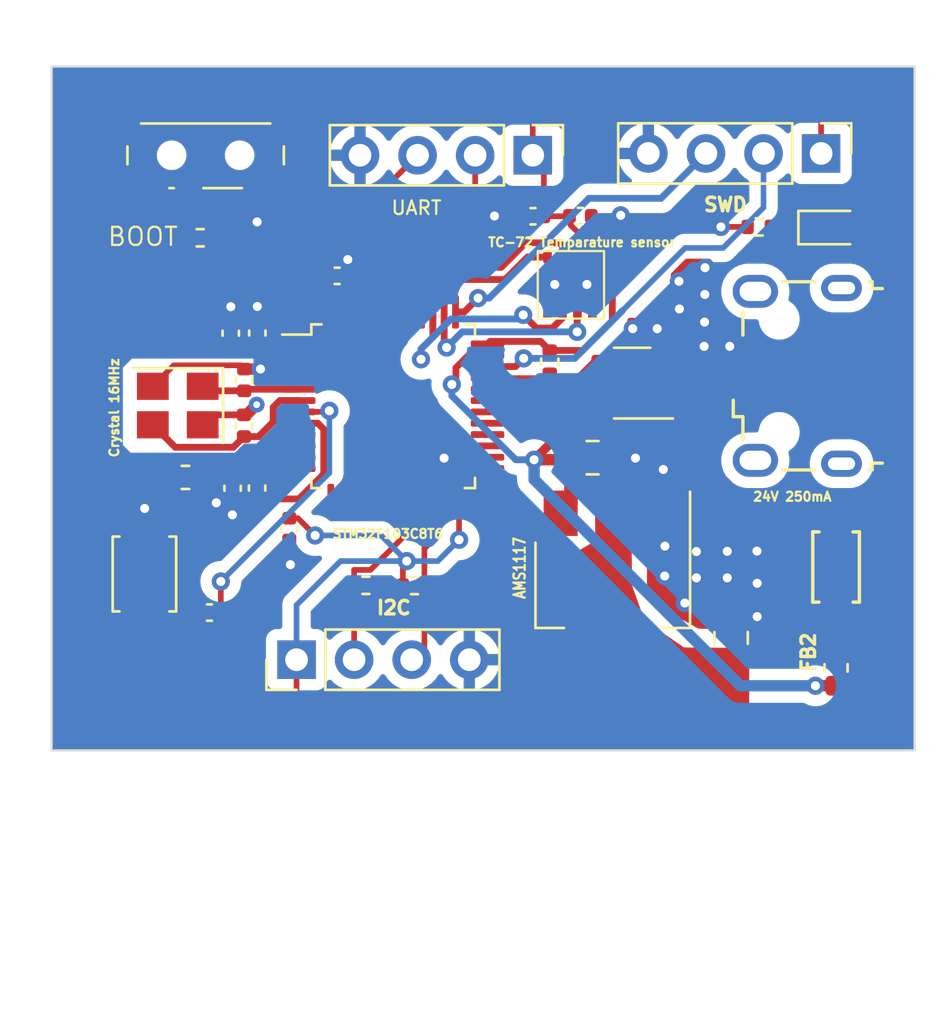
<source format=kicad_pcb>
(kicad_pcb (version 20221018) (generator pcbnew)
  (layers (0 "F.Cu" signal) (31 "B.Cu" power) (34 "B.Paste" user) (35 "F.Paste" user) (36 "B.SilkS" user "B.Silkscreen") (37 "F.SilkS" user "F.Silkscreen") (38 "B.Mask" user) (39 "F.Mask" user) (44 "Edge.Cuts" user))
  (net 0 "")
  (net 1 "3.3V")
  (net 2 "/I2C2_SDA")
  (net 3 "/NRST")
  (net 4 "/HSE_IN")
  (net 5 "/HSE_OUT")
  (net 6 "VBUS")
  (net 7 "3.3VA")
  (net 8 "Net-(D1-K)")
  (net 9 "/USB D-")
  (net 10 "/USB D+")
  (net 13 "/SWDID")
  (net 14 "/SWCLK")
  (net 15 "/USART1_TX")
  (net 16 "/USART1_RX")
  (net 17 "/I2C2_SCL")
  (net 18 "Net-(SW2-B)")
  (net 19 "Net-(U1-BOOT0)")
  (net 41 "CE")
  (net 42 "SCK")
  (net 43 "SDI")
  (net 47 "SDO")
  (net 49 "/D-")
  (net 50 "/D+")
  (net 51 "Net-(CR2-Pad1)")
  (net 52 "Net-(CR2-Pad2)")
  (net 53 "GND")
  (footprint "Inductor_SMD:L_0603_1608Metric" (layer "F.Cu") (at 147.18 105.6 180)
    (fp_text reference "FB1")
    (fp_text value "120R" hide)
  )
  (footprint "Capacitor_SMD:C_0402_1005Metric" (layer "F.Cu") (at 149.77 101.3 90)
    (fp_text reference "C2")
    (fp_text value "10pf" hide)
  )
  (footprint "Package_QFP:LQFP-48_7x7mm_P0.5mm" (layer "F.Cu") (at 156.3425 102.46)
    (fp_text reference "STM32F103C8T6")
    (fp_text value "STM32F103C8T6" hide)
  )
  (footprint "Capacitor_SMD:C_0402_1005Metric" (layer "F.Cu") (at 150.34 106.07 -90)
    (fp_text reference "C6" hide)
    (fp_text value "10nf" hide)
  )
  (footprint "Connector_PinHeader_2.54mm:PinHeader_1x04_P2.54mm_Vertical" (layer "F.Cu") (at 162.5 91.39 -90)
    (fp_text reference "UART")
    (fp_text value "Conn_01x04_Male")
  )
  (footprint "Capacitor_SMD:C_0402_1005Metric" (layer "F.Cu") (at 150.35 99.23 90)
    (fp_text reference "C9" hide)
    (fp_text value "100nf" hide)
  )
  (footprint "Capacitor_SMD:C_0402_1005Metric" (layer "F.Cu") (at 164.6 94.07)
    (fp_text reference "C8" hide)
    (fp_text value "1uf" hide)
  )
  (footprint "Capacitor_SMD:C_0402_1005Metric" (layer "F.Cu") (at 149.76 103.32 90)
    (fp_text reference "C3")
    (fp_text value "10pf" hide)
  )
  (footprint "Resistor_SMD:R_0402_1005Metric" (layer "F.Cu") (at 147.83 95.03)
    (fp_text reference "R1" hide)
    (fp_text value "10K" hide)
  )
  (footprint "Capacitor_SMD:C_0402_1005Metric" (layer "F.Cu") (at 153.87 96.71)
    (fp_text reference "C12" hide)
    (fp_text value "100nf" hide)
  )
  (footprint "Capacitor_SMD:C_0402_1005Metric" (layer "F.Cu") (at 149.1775 99.24 90)
    (fp_text reference "C13" hide)
    (fp_text value "10uf" hide)
  )
  (footprint "Package_TO_SOT_SMD:SOT-23-6" (layer "F.Cu") (at 166.8875 101.44 180)
    (fp_text reference "U4" hide)
    (fp_text value "USBLC6-2SC6" hide)
  )
  (footprint "Inductor_SMD:L_0603_1608Metric" (layer "F.Cu") (at 175.88 114 -90)
    (fp_text reference "FB2")
    (fp_text value "120R")
  )
  (footprint "Package_TO_SOT_SMD:SOT-223-3_TabPin2" (layer "F.Cu") (at 166.03 110.33 -90)
    (fp_text reference "AMS1117")
    (fp_text value "AMS1117-3.3" hide)
  )
  (footprint "Fuse:Fuse_0402_1005Metric" (layer "F.Cu") (at 173.06 107.37)
    (fp_text reference "24V 250mA")
    (fp_text value "24V 250mA")
  )
  (footprint "Resistor_SMD:R_0402_1005Metric" (layer "F.Cu") (at 157.28 110.37)
    (fp_text reference "R")
    (fp_text value "R" hide)
  )
  (footprint "LED_SMD:LED_0603_1608Metric" (layer "F.Cu") (at 175.7025 94.58)
    (fp_text reference "D1")
    (fp_text value "LED" hide)
  )
  (footprint "Connector_USB:USB_Micro-B_Wuerth_629105150521" (layer "F.Cu") (at 174.17 101.12 90)
    (fp_text reference "J1" hide)
    (fp_text value "USB_B_Micro" hide)
  )
  (footprint "Connector_PinHeader_2.54mm:PinHeader_1x04_P2.54mm_Vertical" (layer "F.Cu") (at 175.22 91.31 -90)
    (fp_text reference "SWD")
    (fp_text value "Conn_01x04_Male")
  )
  (footprint "Button_Switch_SMD:SW_SPDT_PCM12" (layer "F.Cu") (at 148.07 91.72 180)
    (fp_text reference "BOOT")
    (fp_text value "SW_SPDT" hide)
  )
  (footprint "Capacitor_SMD:C_0402_1005Metric" (layer "F.Cu") (at 149.26 106.08 -90)
    (fp_text reference "C7")
    (fp_text value "1uf" hide)
  )
  (footprint "Button_Switch_SMD:SW_SPST_B3U-1000P" (layer "F.Cu") (at 145.37 109.86 90)
    (fp_text reference "SW1" hide)
    (fp_text value "SW_MEC_5G" hide)
  )
  (footprint "Connector_PinHeader_2.54mm:PinHeader_1x04_P2.54mm_Vertical" (layer "F.Cu") (at 152.08 113.64 90)
    (fp_text reference "I2C")
    (fp_text value "Conn_01x04_Male")
  )
  (footprint "Capacitor_SMD:C_0402_1005Metric" (layer "F.Cu") (at 148.24 111.56 180)
    (fp_text reference "C1" hide)
    (fp_text value "100nf" hide)
  )
  (footprint "Capacitor_SMD:C_0805_2012Metric" (layer "F.Cu") (at 171.25 112.68 90)
    (fp_text reference "C5" hide)
    (fp_text value "22uf" hide)
  )
  (footprint "Capacitor_SMD:C_0402_1005Metric" (layer "F.Cu") (at 162.51 94.08 180)
    (fp_text reference "C10" hide)
    (fp_text value "100nf" hide)
  )
  (footprint "STM-TC72:TC72-DFN" (layer "F.Cu") (at 164.1708 97.092)
    (fp_text reference "TC-72 Temparature sensor")
    (fp_text value "~")
  )
  (footprint "Resistor_SMD:R_0402_1005Metric" (layer "F.Cu") (at 155.14 110.36 180)
    (fp_text reference "R4")
    (fp_text value "1k5")
  )
  (footprint "Crystal:Crystal_SMD_3225-4Pin_3.2x2.5mm" (layer "F.Cu") (at 146.84 102.43 180)
    (fp_text reference "Crystal 16MHz")
    (fp_text value "16MHz")
  )
  (footprint "Resistor_SMD:R_0402_1005Metric" (layer "F.Cu") (at 172.49 94.55 180)
    (fp_text reference "R3")
    (fp_text value "1k5" hide)
  )
  (footprint "Capacitor_SMD:C_0805_2012Metric" (layer "F.Cu") (at 165.1375 104.73)
    (fp_text reference "C4" hide)
    (fp_text value "22uf" hide)
  )
  (footprint "Capacitor_SMD:C_0402_1005Metric" (layer "F.Cu") (at 151.76 107.88 -90)
    (fp_text reference "C11" hide)
    (fp_text value "100nf" hide)
  )
  (footprint "Resistor_SMD:R_0402_1005Metric" (layer "F.Cu") (at 163.25 100.51 -90)
    (fp_text reference "R2" hide)
    (fp_text value "1k5" hide)
  )
  (footprint "STM-TC72:SDO_SOD-123_MCC" (layer "F.Cu") (at 175.88 109.5518 90)
    (fp_text reference "CR2" hide)
    (fp_text value "B5819W-TP")
  )
  (gr_rect (start 141.28 87.48) (end 179.34 117.635) (stroke (width 0.1)) (fill none) (layer "Edge.Cuts"))
  (segment (start 162.85 99.6) (end 163.25 100) (width 0.3) (layer "F.Cu") (net 1))
  (segment (start 174.59 88.4) (end 177.3 88.4) (width 1.5) (layer "F.Cu") (net 1))
  (segment (start 142.28 99.72) (end 142.24 99.68) (width 0.3) (layer "F.Cu") (net 1))
  (segment (start 167.52 88.4) (end 174.59 88.4) (width 1.5) (layer "F.Cu") (net 1))
  (segment (start 143.91 99.72) (end 142.72 98.53) (width 0.3) (layer "F.Cu") (net 1))
  (segment (start 143.58 116.45) (end 142.24 115.11) (width 1.5) (layer "F.Cu") (net 1))
  (segment (start 162.99 94.08) (end 164.17 94.08) (width 0.25) (layer "F.Cu") (net 1))
  (segment (start 177.3 88.4) (end 178.45 89.55) (width 1.5) (layer "F.Cu") (net 1))
  (segment (start 142.24 97.31) (end 142.24 95.83) (width 1.5) (layer "F.Cu") (net 1))
  (segment (start 156.77 109.46) (end 156.94 109.29) (width 0.25) (layer "F.Cu") (net 1))
  (segment (start 166.03 113.48) (end 166.03 115.59) (width 1.5) (layer "F.Cu") (net 1))
  (segment (start 142.24 95.83) (end 142.24 94.25) (width 1.5) (layer "F.Cu") (net 1))
  (segment (start 150.35 99.71) (end 152.18 99.71) (width 0.3) (layer "F.Cu") (net 1))
  (segment (start 165.1312 95.4312) (end 164.17 94.47) (width 0.25) (layer "F.Cu") (net 1))
  (segment (start 165.17 116.45) (end 155.28 116.45) (width 1.5) (layer "F.Cu") (net 1))
  (segment (start 178.45 94.54) (end 178.45 115.52) (width 1.5) (layer "F.Cu") (net 1))
  (segment (start 142.26 105.6) (end 142.24 105.62) (width 0.5) (layer "F.Cu") (net 1))
  (segment (start 175.22 91.31) (end 175.22 89.03) (width 0.25) (layer "F.Cu") (net 1))
  (segment (start 149.1875 99.71) (end 149.1775 99.72) (width 0.3) (layer "F.Cu") (net 1))
  (segment (start 159.25 106.78) (end 159.0925 106.6225) (width 0.25) (layer "F.Cu") (net 1))
  (segment (start 150.35 99.71) (end 149.1875 99.71) (width 0.3) (layer "F.Cu") (net 1))
  (segment (start 143.72 97.31) (end 142.24 97.31) (width 0.3) (layer "F.Cu") (net 1))
  (segment (start 159.25 108.35) (end 159.25 106.78) (width 0.25) (layer "F.Cu") (net 1))
  (segment (start 142.24 99.68) (end 142.24 98.53) (width 1.5) (layer "F.Cu") (net 1))
  (segment (start 144.72 94.25) (end 142.24 94.25) (width 0.25) (layer "F.Cu") (net 1))
  (segment (start 142.24 115.11) (end 142.24 106.93) (width 1.5) (layer "F.Cu") (net 1))
  (segment (start 142.24 88.9) (end 142.74 88.4) (width 1.5) (layer "F.Cu") (net 1))
  (segment (start 143.57 105.6) (end 142.24 106.93) (width 0.5) (layer "F.Cu") (net 1))
  (segment (start 162.68 88.4) (end 167.52 88.4) (width 1.5) (layer "F.Cu") (net 1))
  (segment (start 163.25 100) (end 164.700661 100) (width 0.3) (layer "F.Cu") (net 1))
  (segment (start 142.24 106.93) (end 142.24 105.62) (width 1.5) (layer "F.Cu") (net 1))
  (segment (start 160.615 99.6) (end 162.85 99.6) (width 0.3) (layer "F.Cu") (net 1))
  (segment (start 149.1775 99.72) (end 143.91 99.72) (width 0.3) (layer "F.Cu") (net 1))
  (segment (start 178.45 115.52) (end 177.205 116.765) (width 1.5) (layer "F.Cu") (net 1))
  (segment (start 153.5925 98.2975) (end 153.5925 96.9125) (width 0.3) (layer "F.Cu") (net 1))
  (segment (start 142.24 94.25) (end 142.24 88.9) (width 1.5) (layer "F.Cu") (net 1))
  (segment (start 145.82 93.15) (end 144.72 94.25) (width 0.25) (layer "F.Cu") (net 1))
  (segment (start 177.205 116.765) (end 173.065 116.765) (width 1.5) (layer "F.Cu") (net 1))
  (segment (start 178.41 94.58) (end 178.45 94.54) (width 0.25) (layer "F.Cu") (net 1))
  (segment (start 144.32 96.71) (end 143.72 97.31) (width 0.3) (layer "F.Cu") (net 1))
  (segment (start 155.28 116.45) (end 151.92 116.45) (width 1.5) (layer "F.Cu") (net 1))
  (segment (start 164.17 94.47) (end 164.17 94.087609) (width 0.25) (layer "F.Cu") (net 1))
  (segment (start 151.92 116.45) (end 143.58 116.45) (width 1.5) (layer "F.Cu") (net 1))
  (segment (start 155.65 110.36) (end 156.76 110.36) (width 0.25) (layer "F.Cu") (net 1))
  (segment (start 162.99 94.08) (end 162.99 91.88) (width 0.25) (layer "F.Cu") (net 1))
  (segment (start 156.76 110.36) (end 156.77 110.37) (width 0.25) (layer "F.Cu") (net 1))
  (segment (start 162.99 91.88) (end 162.5 91.39) (width 0.25) (layer "F.Cu") (net 1))
  (segment (start 166.01 96.7604) (end 165.1312 95.8816) (width 0.3) (layer "F.Cu") (net 1))
  (segment (start 166.01 98.690661) (end 166.01 96.7604) (width 0.3) (layer "F.Cu") (net 1))
  (segment (start 152.9 108.16) (end 152.14 107.4) (width 0.25) (layer "F.Cu") (net 1))
  (segment (start 162.5 91.39) (end 162.5 88.58) (width 0.25) (layer "F.Cu") (net 1))
  (segment (start 142.74 88.4) (end 162.68 88.4) (width 1.5) (layer "F.Cu") (net 1))
  (segment (start 142.24 105.62) (end 142.24 99.68) (width 1.5) (layer "F.Cu") (net 1))
  (segment (start 164.700661 100) (end 166.01 98.690661) (width 0.3) (layer "F.Cu") (net 1))
  (segment (start 152.08 113.64) (end 152.08 116.29) (width 0.25) (layer "F.Cu") (net 1))
  (segment (start 152.08 116.29) (end 151.92 116.45) (width 0.25) (layer "F.Cu") (net 1))
  (segment (start 153.5925 96.9125) (end 153.39 96.71) (width 0.3) (layer "F.Cu") (net 1))
  (segment (start 160.505 99.71) (end 160.615 99.6) (width 0.3) (layer "F.Cu") (net 1))
  (segment (start 142.72 98.53) (end 142.24 98.53) (width 0.3) (layer "F.Cu") (net 1))
  (segment (start 162.5 88.58) (end 162.68 88.4) (width 0.25) (layer "F.Cu") (net 1))
  (segment (start 166.03 115.59) (end 165.17 116.45) (width 1.5) (layer "F.Cu") (net 1))
  (segment (start 152.14 107.4) (end 151.76 107.4) (width 0.25) (layer "F.Cu") (net 1))
  (segment (start 165.1312 95.8816) (end 165.1312 95.4312) (width 0.25) (layer "F.Cu") (net 1))
  (segment (start 153.39 96.71) (end 153.35 96.67) (width 0.4) (layer "F.Cu") (net 1))
  (segment (start 153.39 96.71) (end 144.32 96.71) (width 0.3) (layer "F.Cu") (net 1))
  (segment (start 175.22 89.03) (end 174.59 88.4) (width 0.25) (layer "F.Cu") (net 1))
  (segment (start 142.24 98.53) (end 142.24 97.31) (width 1.5) (layer "F.Cu") (net 1))
  (segment (start 146.3925 105.6) (end 143.57 105.6) (width 0.5) (layer "F.Cu") (net 1))
  (segment (start 178.45 89.55) (end 178.45 94.54) (width 1.5) (layer "F.Cu") (net 1))
  (segment (start 156.77 110.37) (end 156.77 109.46) (width 0.25) (layer "F.Cu") (net 1))
  (segment (start 176.49 94.58) (end 178.41 94.58) (width 0.25) (layer "F.Cu") (net 1))
  (via (at 159.25 108.35) (size 0.8) (drill 0.4) (layers "F.Cu" "B.Cu") (net 1))
  (via (at 156.94 109.29) (size 0.8) (drill 0.4) (layers "F.Cu" "B.Cu") (net 1))
  (via (at 152.9 108.16) (size 0.8) (drill 0.4) (layers "F.Cu" "B.Cu") (net 1))
  (segment (start 154.02 109.29) (end 152.08 111.23) (width 0.25) (layer "B.Cu") (net 1))
  (segment (start 152.08 111.23) (end 152.08 113.64) (width 0.25) (layer "B.Cu") (net 1))
  (segment (start 156.94 109.29) (end 158.31 109.29) (width 0.25) (layer "B.Cu") (net 1))
  (segment (start 158.31 109.29) (end 159.25 108.35) (width 0.25) (layer "B.Cu") (net 1))
  (segment (start 156.94 109.29) (end 154.02 109.29) (width 0.25) (layer "B.Cu") (net 1))
  (segment (start 156.94 109.29) (end 155.81 108.16) (width 0.25) (layer "B.Cu") (net 1))
  (segment (start 155.81 108.16) (end 152.9 108.16) (width 0.25) (layer "B.Cu") (net 1))
  (segment (start 158.0925 108.3675) (end 157.72 108.74) (width 0.25) (layer "F.Cu") (net 2))
  (segment (start 157.72 108.74) (end 157.72 113.08) (width 0.25) (layer "F.Cu") (net 2))
  (segment (start 157.72 113.08) (end 157.16 113.64) (width 0.25) (layer "F.Cu") (net 2))
  (segment (start 158.0925 106.6225) (end 158.0925 108.3675) (width 0.25) (layer "F.Cu") (net 2))
  (segment (start 148.74 111.54) (end 148.72 111.56) (width 0.25) (layer "F.Cu") (net 3))
  (segment (start 152.18 102.71) (end 153.477044 102.71) (width 0.25) (layer "F.Cu") (net 3))
  (segment (start 148.74 110.19) (end 148.74 111.54) (width 0.25) (layer "F.Cu") (net 3))
  (segment (start 153.477044 102.71) (end 153.527363 102.659681) (width 0.25) (layer "F.Cu") (net 3))
  (via (at 153.527363 102.659681) (size 0.8) (drill 0.4) (layers "F.Cu" "B.Cu") (net 3))
  (via (at 148.74 110.19) (size 0.8) (drill 0.4) (layers "F.Cu" "B.Cu") (net 3))
  (segment (start 153.527363 102.659681) (end 153.527363 105.402637) (width 0.25) (layer "B.Cu") (net 3))
  (segment (start 153.527363 105.402637) (end 148.74 110.19) (width 0.25) (layer "B.Cu") (net 3))
  (segment (start 152.18 101.71) (end 149.84 101.71) (width 0.3) (layer "F.Cu") (net 4))
  (segment (start 148.14 101.78) (end 147.94 101.58) (width 0.3) (layer "F.Cu") (net 4))
  (segment (start 149.77 101.78) (end 148.14 101.78) (width 0.3) (layer "F.Cu") (net 4))
  (segment (start 149.84 101.71) (end 149.77 101.78) (width 0.3) (layer "F.Cu") (net 4))
  (segment (start 149.29 104.27) (end 149.76 103.8) (width 0.3) (layer "F.Cu") (net 5))
  (segment (start 151.05 102.501459) (end 151.05 103.15) (width 0.3) (layer "F.Cu") (net 5))
  (segment (start 151.341459 102.21) (end 151.05 102.501459) (width 0.3) (layer "F.Cu") (net 5))
  (segment (start 150.4 103.8) (end 149.76 103.8) (width 0.3) (layer "F.Cu") (net 5))
  (segment (start 152.18 102.21) (end 151.341459 102.21) (width 0.3) (layer "F.Cu") (net 5))
  (segment (start 145.74 103.28) (end 146.73 104.27) (width 0.3) (layer "F.Cu") (net 5))
  (segment (start 146.73 104.27) (end 149.29 104.27) (width 0.3) (layer "F.Cu") (net 5))
  (segment (start 151.05 103.15) (end 150.4 103.8) (width 0.3) (layer "F.Cu") (net 5))
  (segment (start 159.11 101.36) (end 159.07 101.36) (width 0.3) (layer "F.Cu") (net 6))
  (segment (start 159.11 100.766459) (end 159.11 101.36) (width 0.3) (layer "F.Cu") (net 6))
  (segment (start 159.666459 100.21) (end 159.11 100.766459) (width 0.3) (layer "F.Cu") (net 6))
  (segment (start 170.37 105.165) (end 170.37 103.44) (width 0.4) (layer "F.Cu") (net 6))
  (segment (start 164.1875 106.7225) (end 163.73 107.18) (width 0.6) (layer "F.Cu") (net 6))
  (segment (start 166.9 101.98) (end 166.9 102.79) (width 0.4) (layer "F.Cu") (net 6))
  (segment (start 160.505 100.21) (end 159.666459 100.21) (width 0.3) (layer "F.Cu") (net 6))
  (segment (start 166.36 101.44) (end 166.9 101.98) (width 0.4) (layer "F.Cu") (net 6))
  (segment (start 159.07 101.36) (end 158.93 101.5) (width 0.3) (layer "F.Cu") (net 6))
  (segment (start 170.37 103.44) (end 171.39 102.42) (width 0.4) (layer "F.Cu") (net 6))
  (segment (start 164.1875 104.73) (end 164.1875 106.7225) (width 0.6) (layer "F.Cu") (net 6))
  (segment (start 171.39 102.42) (end 172.27 102.42) (width 0.4) (layer "F.Cu") (net 6))
  (segment (start 166.9 102.79) (end 166.38 103.31) (width 0.4) (layer "F.Cu") (net 6))
  (segment (start 165.75 101.44) (end 166.36 101.44) (width 0.4) (layer "F.Cu") (net 6))
  (segment (start 172.575 107.37) (end 170.37 105.165) (width 0.4) (layer "F.Cu") (net 6))
  (segment (start 166.38 103.31) (end 164.07 103.31) (width 0.4) (layer "F.Cu") (net 6))
  (segment (start 162.56 104.82) (end 164.0975 104.82) (width 0.5) (layer "F.Cu") (net 6))
  (segment (start 174.9725 114.7875) (end 174.97 114.79) (width 0.5) (layer "F.Cu") (net 6))
  (segment (start 164.0975 104.82) (end 164.1875 104.73) (width 0.5) (layer "F.Cu") (net 6))
  (segment (start 164.07 103.31) (end 162.56 104.82) (width 0.4) (layer "F.Cu") (net 6))
  (segment (start 175.88 114.7875) (end 174.9725 114.7875) (width 0.5) (layer "F.Cu") (net 6))
  (via (at 174.97 114.79) (size 0.8) (drill 0.4) (layers "F.Cu" "B.Cu") (net 6))
  (via (at 162.56 104.82) (size 0.8) (drill 0.4) (layers "F.Cu" "B.Cu") (net 6))
  (via (at 158.93 101.5) (size 0.8) (drill 0.4) (layers "F.Cu" "B.Cu") (net 6))
  (segment (start 158.93 101.5) (end 158.93 102) (width 0.3) (layer "B.Cu") (net 6))
  (segment (start 162.56 105.692082) (end 171.657918 114.79) (width 0.5) (layer "B.Cu") (net 6))
  (segment (start 158.93 102) (end 161.75 104.82) (width 0.3) (layer "B.Cu") (net 6))
  (segment (start 171.657918 114.79) (end 174.97 114.79) (width 0.5) (layer "B.Cu") (net 6))
  (segment (start 161.75 104.82) (end 162.56 104.82) (width 0.3) (layer "B.Cu") (net 6))
  (segment (start 162.56 104.82) (end 162.56 105.692082) (width 0.5) (layer "B.Cu") (net 6))
  (segment (start 152.18 103.71) (end 151.341459 103.71) (width 0.3) (layer "F.Cu") (net 7))
  (segment (start 150.33 105.6) (end 150.34 105.59) (width 0.5) (layer "F.Cu") (net 7))
  (segment (start 150.34 104.711459) (end 150.34 105.59) (width 0.3) (layer "F.Cu") (net 7))
  (segment (start 151.341459 103.71) (end 150.34 104.711459) (width 0.3) (layer "F.Cu") (net 7))
  (segment (start 149.26 105.6) (end 150.33 105.6) (width 0.5) (layer "F.Cu") (net 7))
  (segment (start 147.9675 105.6) (end 149.26 105.6) (width 0.5) (layer "F.Cu") (net 7))
  (segment (start 173.03 94.58) (end 173 94.55) (width 0.25) (layer "F.Cu") (net 8))
  (segment (start 174.915 94.58) (end 173.03 94.58) (width 0.25) (layer "F.Cu") (net 8))
  (segment (start 165.158934 102.39) (end 165.75 102.39) (width 0.264) (layer "F.Cu") (net 9))
  (segment (start 160.505 101.71) (end 164.478934 101.71) (width 0.264) (layer "F.Cu") (net 9))
  (segment (start 164.478934 101.71) (end 165.158934 102.39) (width 0.264) (layer "F.Cu") (net 9))
  (segment (start 160.529999 101.234999) (end 160.53 101.235) (width 0.2) (layer "F.Cu") (net 10))
  (segment (start 160.505 101.21) (end 160.529999 101.234999) (width 0.2) (layer "F.Cu") (net 10))
  (segment (start 160.505 101.21) (end 160.53 101.235) (width 0.2) (layer "F.Cu") (net 10))
  (segment (start 160.505 101.21) (end 160.525 101.23) (width 0.2) (layer "F.Cu") (net 10))
  (segment (start 165.198934 100.49) (end 165.75 100.49) (width 0.264) (layer "F.Cu") (net 10))
  (segment (start 160.505 101.21) (end 160.523 101.228) (width 0.264) (layer "F.Cu") (net 10))
  (segment (start 164.460934 101.228) (end 165.198934 100.49) (width 0.264) (layer "F.Cu") (net 10))
  (segment (start 160.523 101.228) (end 164.460934 101.228) (width 0.264) (layer "F.Cu") (net 10))
  (segment (start 160.505 100.71) (end 161.74 100.71) (width 0.3) (layer "F.Cu") (net 13))
  (segment (start 161.74 100.71) (end 162.1 100.35) (width 0.3) (layer "F.Cu") (net 13))
  (via (at 162.1 100.35) (size 0.8) (drill 0.4) (layers "F.Cu" "B.Cu") (net 13))
  (segment (start 172.68 91.31) (end 172.68 93.695305) (width 0.25) (layer "B.Cu") (net 13))
  (segment (start 172.68 93.695305) (end 170.895305 95.48) (width 0.25) (layer "B.Cu") (net 13))
  (segment (start 170.895305 95.48) (end 169.220661 95.48) (width 0.25) (layer "B.Cu") (net 13))
  (segment (start 166.455 98.245661) (end 164.350661 100.35) (width 0.3) (layer "B.Cu") (net 13))
  (segment (start 169.220661 95.48) (end 166.455 98.245661) (width 0.25) (layer "B.Cu") (net 13))
  (segment (start 164.350661 100.35) (end 162.1 100.35) (width 0.3) (layer "B.Cu") (net 13))
  (segment (start 159.4825 98.2975) (end 159.0925 98.2975) (width 0.3) (layer "F.Cu") (net 14))
  (segment (start 160.09 97.69) (end 159.4825 98.2975) (width 0.3) (layer "F.Cu") (net 14))
  (via (at 160.09 97.69) (size 0.8) (drill 0.4) (layers "F.Cu" "B.Cu") (net 14))
  (segment (start 164.98 93.29) (end 168.16 93.29) (width 0.3) (layer "B.Cu") (net 14))
  (segment (start 160.58 97.69) (end 164.98 93.29) (width 0.3) (layer "B.Cu") (net 14))
  (segment (start 168.16 93.29) (end 170.14 91.31) (width 0.3) (layer "B.Cu") (net 14))
  (segment (start 160.09 97.69) (end 160.58 97.69) (width 0.3) (layer "B.Cu") (net 14))
  (segment (start 159.96 92.95) (end 159.96 91.39) (width 0.25) (layer "F.Cu") (net 15))
  (segment (start 156.5925 98.2975) (end 156.5925 96.3175) (width 0.25) (layer "F.Cu") (net 15))
  (segment (start 156.5925 96.3175) (end 159.96 92.95) (width 0.25) (layer "F.Cu") (net 15))
  (segment (start 156.0925 92.7175) (end 157.42 91.39) (width 0.25) (layer "F.Cu") (net 16))
  (segment (start 156.0925 98.2975) (end 156.0925 92.7175) (width 0.25) (layer "F.Cu") (net 16))
  (segment (start 154.62 113.64) (end 154.62 109.68) (width 0.25) (layer "F.Cu") (net 17))
  (segment (start 157.5925 107.425685) (end 157.5925 106.6225) (width 0.25) (layer "F.Cu") (net 17))
  (segment (start 154.62 109.68) (end 155.338185 109.68) (width 0.25) (layer "F.Cu") (net 17))
  (segment (start 155.338185 109.68) (end 157.5925 107.425685) (width 0.25) (layer "F.Cu") (net 17))
  (segment (start 147.32 95.03) (end 147.32 93.15) (width 0.5) (layer "F.Cu") (net 18))
  (segment (start 155.5925 96.0825) (end 155.5925 98.2975) (width 0.3) (layer "F.Cu") (net 19))
  (segment (start 154.59 95.08) (end 155.5925 96.0825) (width 0.3) (layer "F.Cu") (net 19))
  (segment (start 148.39 95.08) (end 154.59 95.08) (width 0.3) (layer "F.Cu") (net 19))
  (segment (start 148.34 95.03) (end 148.39 95.08) (width 0.3) (layer "F.Cu") (net 19))
  (segment (start 158.7 99.87) (end 158.5925 99.7625) (width 0.3) (layer "F.Cu") (net 41))
  (segment (start 164.46 99.18) (end 164.46 98.3308) (width 0.3) (layer "F.Cu") (net 41))
  (segment (start 164.46 98.3308) (end 164.4708 98.32) (width 0.3) (layer "F.Cu") (net 41))
  (segment (start 158.5925 99.7625) (end 158.5925 98.2975) (width 0.3) (layer "F.Cu") (net 41))
  (via (at 158.7 99.87) (size 0.8) (drill 0.4) (layers "F.Cu" "B.Cu") (net 41))
  (via (at 164.46 99.18) (size 0.8) (drill 0.4) (layers "F.Cu" "B.Cu") (net 41))
  (segment (start 158.7 99.87) (end 159.39 99.18) (width 0.3) (layer "B.Cu") (net 41))
  (segment (start 159.39 99.18) (end 164.46 99.18) (width 0.3) (layer "B.Cu") (net 41))
  (segment (start 163.8104 98.568679) (end 163.8104 98.32) (width 0.3) (layer "F.Cu") (net 42))
  (segment (start 162.08 98.4305) (end 162.6595 99.01) (width 0.3) (layer "F.Cu") (net 42))
  (segment (start 162.6595 99.01) (end 163.369079 99.01) (width 0.3) (layer "F.Cu") (net 42))
  (segment (start 158.0925 98.2975) (end 158.0925 99.416839) (width 0.3) (layer "F.Cu") (net 42))
  (segment (start 163.369079 99.01) (end 163.8104 98.568679) (width 0.3) (layer "F.Cu") (net 42))
  (segment (start 157.57 99.939339) (end 157.57 100.39) (width 0.3) (layer "F.Cu") (net 42))
  (segment (start 158.0925 99.416839) (end 157.57 99.939339) (width 0.3) (layer "F.Cu") (net 42))
  (via (at 162.08 98.4305) (size 0.8) (drill 0.4) (layers "F.Cu" "B.Cu") (net 42))
  (via (at 157.57 100.39) (size 0.8) (drill 0.4) (layers "F.Cu" "B.Cu") (net 42))
  (segment (start 157.57 100.39) (end 157.57 99.939339) (width 0.3) (layer "B.Cu") (net 42))
  (segment (start 157.57 99.939339) (end 158.899339 98.61) (width 0.3) (layer "B.Cu") (net 42))
  (segment (start 158.899339 98.61) (end 162.08 98.61) (width 0.3) (layer "B.Cu") (net 42))
  (segment (start 162.08 98.61) (end 162.08 98.4305) (width 0.3) (layer "B.Cu") (net 42))
  (segment (start 158.012906 96.331447) (end 161.111447 96.331447) (width 0.3) (layer "F.Cu") (net 43))
  (segment (start 163.8104 95.3804) (end 163.8104 95.8657) (width 0.3) (layer "F.Cu") (net 43))
  (segment (start 157.0925 97.251853) (end 158.012906 96.331447) (width 0.3) (layer "F.Cu") (net 43))
  (segment (start 161.111447 96.331447) (end 162.190694 95.2522) (width 0.3) (layer "F.Cu") (net 43))
  (segment (start 162.190694 95.2522) (end 163.6822 95.2522) (width 0.3) (layer "F.Cu") (net 43))
  (segment (start 157.0925 98.2975) (end 157.0925 97.251853) (width 0.3) (layer "F.Cu") (net 43))
  (segment (start 163.6822 95.2522) (end 163.8104 95.3804) (width 0.3) (layer "F.Cu") (net 43))
  (segment (start 162.2684 95.8816) (end 163.15 95.8816) (width 0.3) (layer "F.Cu") (net 47))
  (segment (start 158.181459 96.87) (end 161.28 96.87) (width 0.3) (layer "F.Cu") (net 47))
  (segment (start 157.5925 97.458959) (end 158.181459 96.87) (width 0.3) (layer "F.Cu") (net 47))
  (segment (start 157.5925 98.2975) (end 157.5925 97.458959) (width 0.3) (layer "F.Cu") (net 47))
  (segment (start 161.28 96.87) (end 162.2684 95.8816) (width 0.3) (layer "F.Cu") (net 47))
  (segment (start 169.251 101.677) (end 171.201999 101.677) (width 0.264) (layer "F.Cu") (net 49))
  (segment (start 168.025 102.39) (end 168.538 102.39) (width 0.264) (layer "F.Cu") (net 49))
  (segment (start 171.294999 101.77) (end 172.27 101.77) (width 0.264) (layer "F.Cu") (net 49))
  (segment (start 168.538 102.39) (end 169.251 101.677) (width 0.264) (layer "F.Cu") (net 49))
  (segment (start 171.201999 101.677) (end 171.294999 101.77) (width 0.264) (layer "F.Cu") (net 49))
  (segment (start 171.201999 101.213) (end 169.251 101.213) (width 0.264) (layer "F.Cu") (net 50))
  (segment (start 172.27 101.12) (end 171.294999 101.12) (width 0.264) (layer "F.Cu") (net 50))
  (segment (start 169.251 101.213) (end 168.528 100.49) (width 0.264) (layer "F.Cu") (net 50))
  (segment (start 171.294999 101.12) (end 171.201999 101.213) (width 0.264) (layer "F.Cu") (net 50))
  (segment (start 168.528 100.49) (end 168.025 100.49) (width 0.264) (layer "F.Cu") (net 50))
  (segment (start 175.88 111.2536) (end 175.88 113.2125) (width 0.4) (layer "F.Cu") (net 51))
  (segment (start 173.545 107.37) (end 175.4 107.37) (width 0.4) (layer "F.Cu") (net 52))
  (segment (start 175.4 107.37) (end 175.88 107.85) (width 0.4) (layer "F.Cu") (net 52))
  (segment (start 158.5925 106.6225) (end 158.5925 104.7525) (width 0.25) (layer "F.Cu") (net 53))
  (segment (start 149.1 106.72) (end 149.26 106.56) (width 0.5) (layer "F.Cu") (net 53))
  (segment (start 166.91 100.815317) (end 166.91 99.04) (width 0.4) (layer "F.Cu") (net 53))
  (segment (start 151.76 109.4) (end 151.81 109.45) (width 0.3) (layer "F.Cu") (net 53))
  (segment (start 154.34 96.7) (end 154.35 96.71) (width 0.5) (layer "F.Cu") (net 53))
  (segment (start 152.18 106.55) (end 150.34 106.55) (width 0.3) (layer "F.Cu") (net 53))
  (segment (start 154.0925 96.9675) (end 154.35 96.71) (width 0.3) (layer "F.Cu") (net 53))
  (segment (start 150.34 94.33) (end 150.34 93.17) (width 0.5) (layer "F.Cu") (net 53))
  (segment (start 149.87 102.84) (end 149.76 102.84) (width 0.5) (layer "F.Cu") (net 53))
  (segment (start 153.018541 103.21) (end 153.28 103.471459) (width 0.3) (layer "F.Cu") (net 53))
  (segment (start 165.13 94.08) (end 166.34 94.08) (width 0.25) (layer "F.Cu") (net 53))
  (segment (start 149.77 100.82) (end 149.605 100.655) (width 0.25) (layer "F.Cu") (net 53))
  (segment (start 160.82 94.08) (end 160.81 94.07) (width 0.25) (layer "F.Cu") (net 53))
  (segment (start 149.25 107.25) (end 149.25 106.57) (width 0.5) (layer "F.Cu") (net 53))
  (segment (start 167.534683 101.44) (end 166.91 100.815317) (width 0.4) (layer "F.Cu") (net 53))
  (segment (start 168.025 101.44) (end 167.534683 101.44) (width 0.4) (layer "F.Cu") (net 53))
  (segment (start 147.94 103.28) (end 148.38 102.84) (width 0.3) (layer "F.Cu") (net 53))
  (segment (start 145.37 111.56) (end 147.76 111.56) (width 0.25) (layer "F.Cu") (net 53))
  (segment (start 163.15 98.32) (end 163.15 97.41) (width 0.25) (layer "F.Cu") (net 53))
  (segment (start 149.07 107.25) (end 148.54 106.72) (width 0.5) (layer "F.Cu") (net 53))
  (segment (start 149.25 106.57) (end 149.26 106.56) (width 0.5) (layer "F.Cu") (net 53))
  (segment (start 171.19 99.82) (end 172.27 99.82) (width 0.4) (layer "F.Cu") (net 53))
  (segment (start 149.605 100.655) (end 146.665 100.655) (width 0.25) (layer "F.Cu") (net 53))
  (segment (start 166.34 94.08) (end 166.38 94.04) (width 0.25) (layer "F.Cu") (net 53))
  (segment (start 149.1775 98.76) (end 149.1775 98.0725) (width 0.3) (layer "F.Cu") (net 53))
  (segment (start 162.03 94.08) (end 160.82 94.08) (width 0.25) (layer "F.Cu") (net 53))
  (segment (start 151.76 108.36) (end 151.76 109.4) (width 0.3) (layer "F.Cu") (net 53))
  (segment (start 154.0925 98.2975) (end 154.0925 96.9675) (width 0.3) (layer "F.Cu") (net 53))
  (segment (start 145.37 108.16) (end 145.37 106.98) (width 0.25) (layer "F.Cu") (net 53))
  (segment (start 149.1775 98.0725) (end 149.18 98.07) (width 0.3) (layer "F.Cu") (net 53))
  (segment (start 150.32 102.39) (end 149.87 102.84) (width 0.5) (layer "F.Cu") (net 53))
  (segment (start 153.28 105.45) (end 152.18 106.55) (width 0.3) (layer "F.Cu") (net 53))
  (segment (start 150.49 100.82) (end 149.77 100.82) (width 0.5) (layer "F.Cu") (net 53))
  (segment (start 150.34 93.17) (end 150.32 93.15) (width 0.5) (layer "F.Cu") (net 53))
  (segment (start 170.8 94.55) (end 171.98 94.55) (width 0.25) (layer "F.Cu") (net 53))
  (segment (start 150.35 98.06) (end 150.35 98.75) (width 0.3) (layer "F.Cu") (net 53))
  (segment (start 145.37 106.98) (end 145.38 106.97) (width 0.25) (layer "F.Cu") (net 53))
  (segment (start 149.25 107.25) (end 149.07 107.25) (width 0.5) (layer "F.Cu") (net 53))
  (segment (start 146.665 100.655) (end 145.74 101.58) (width 0.25) (layer "F.Cu") (net 53))
  (segment (start 158.5925 104.7525) (end 158.59 104.75) (width 0.25) (layer "F.Cu") (net 53))
  (segment (start 149.26 106.56) (end 150.33 106.56) (width 0.5) (layer "F.Cu") (net 53))
  (segment (start 153.28 103.471459) (end 153.28 105.45) (width 0.3) (layer "F.Cu") (net 53))
  (segment (start 145.37 111.56) (end 145.37 108.16) (width 0.25) (layer "F.Cu") (net 53))
  (segment (start 148.54 106.72) (end 149.1 106.72) (width 0.5) (layer "F.Cu") (net 53))
  (segment (start 163.15 97.41) (end 163.47 97.09) (width 0.25) (layer "F.Cu") (net 53))
  (segment (start 152.18 103.21) (end 153.018541 103.21) (width 0.3) (layer "F.Cu") (net 53))
  (segment (start 150.33 106.56) (end 150.34 106.55) (width 0.5) (layer "F.Cu") (net 53))
  (segment (start 148.38 102.84) (end 149.76 102.84) (width 0.3) (layer "F.Cu") (net 53))
  (segment (start 154.34 95.99) (end 154.34 96.7) (width 0.5) (layer "F.Cu") (net 53))
  (via (at 166.91 99.04) (size 0.8) (drill 0.4) (layers "F.Cu" "B.Cu") (net 53))
  (via (at 170.06 99.82) (size 0.8) (drill 0.4) (layers "F.Cu" "B.Cu") (net 53))
  (via (at 168.97 98.17) (size 0.8) (drill 0.4) (layers "F.Cu" "B.Cu") (net 53))
  (via (at 151.81 109.45) (size 0.8) (drill 0.4) (layers "F.Cu" "B.Cu") (net 53))
  (via (at 158.59 104.75) (size 0.8) (drill 0.4) (layers "F.Cu" "B.Cu") (net 53))
  (via (at 154.34 95.99) (size 0.8) (drill 0.4) (layers "F.Cu" "B.Cu") (net 53))
  (via (at 171.08 110.03) (size 0.8) (drill 0.4) (layers "F.Cu" "B.Cu") (net 53))
  (via (at 169.72 110.03) (size 0.8) (drill 0.4) (layers "F.Cu" "B.Cu") (net 53))
  (via (at 170.8 94.55) (size 0.8) (drill 0.4) (layers "F.Cu" "B.Cu") (net 53))
  (via (at 168.26 105.25) (size 0.8) (drill 0.4) (layers "F.Cu" "B.Cu") (net 53))
  (via (at 150.32 102.39) (size 0.7) (drill 0.3) (layers "F.Cu" "B.Cu") (net 53))
  (via (at 172.4 110.27) (size 0.8) (drill 0.4) (layers "F.Cu" "B.Cu") (net 53))
  (via (at 150.49 100.82) (size 0.8) (drill 0.4) (layers "F.Cu" "B.Cu") (net 53))
  (via (at 171.08 108.86) (size 0.8) (drill 0.4) (layers "F.Cu" "B.Cu") (net 53))
  (via (at 167.03 104.75) (size 0.8) (drill 0.4) (layers "F.Cu" "B.Cu") (net 53))
  (via (at 166.38 94.04) (size 0.8) (drill 0.4) (layers "F.Cu" "B.Cu") (net 53))
  (via (at 169.21 111.14) (size 0.8) (drill 0.4) (layers "F.Cu" "B.Cu") (net 53))
  (via (at 149.25 107.25) (size 0.8) (drill 0.4) (layers "F.Cu" "B.Cu") (net 53))
  (via (at 172.4 111.74) (size 0.8) (drill 0.4) (layers "F.Cu" "B.Cu") (net 53))
  (via (at 168.95 96.95) (size 0.8) (drill 0.4) (layers "F.Cu" "B.Cu") (net 53))
  (via (at 170.09 97.53) (size 0.8) (drill 0.4) (layers "F.Cu" "B.Cu") (net 53))
  (via (at 145.38 106.97) (size 0.8) (drill 0.4) (layers "F.Cu" "B.Cu") (net 53))
  (via (at 170.1 96.35) (size 0.8) (drill 0.4) (layers "F.Cu" "B.Cu") (net 53))
  (via (at 150.34 94.33) (size 0.8) (drill 0.4) (layers "F.Cu" "B.Cu") (net 53))
  (via (at 169.72 108.87) (size 0.8) (drill 0.4) (layers "F.Cu" "B.Cu") (net 53))
  (via (at 168.33 108.63) (size 0.8) (drill 0.4) (layers "F.Cu" "B.Cu") (net 53))
  (via (at 170.08 98.75) (size 0.8) (drill 0.4) (layers "F.Cu" "B.Cu") (net 53))
  (via (at 167.99 99.04) (size 0.8) (drill 0.4) (layers "F.Cu" "B.Cu") (net 53))
  (via (at 150.35 98.06) (size 0.8) (drill 0.4) (layers "F.Cu" "B.Cu") (net 53))
  (via (at 164.89 97.09) (size 0.8) (drill 0.4) (layers "F.Cu" "B.Cu") (net 53))
  (via (at 163.47 97.09) (size 0.8) (drill 0.4) (layers "F.Cu" "B.Cu") (net 53))
  (via (at 171.19 99.82) (size 0.8) (drill 0.4) (layers "F.Cu" "B.Cu") (net 53))
  (via (at 149.18 98.07) (size 0.8) (drill 0.4) (layers "F.Cu" "B.Cu") (net 53))
  (via (at 160.81 94.07) (size 0.8) (drill 0.4) (layers "F.Cu" "B.Cu") (net 53))
  (via (at 168.32 109.95) (size 0.8) (drill 0.4) (layers "F.Cu" "B.Cu") (net 53))
  (via (at 148.54 106.72) (size 0.8) (drill 0.4) (layers "F.Cu" "B.Cu") (net 53))
  (via (at 172.39 108.85) (size 0.8) (drill 0.4) (layers "F.Cu" "B.Cu") (net 53))
  (zone (net 53) (net_name "GND") (layer "F.Cu") (priority 4) (connect_pads yes (clearance 0.2)) (min_thickness 0.25) (fill yes (thermal_gap 0.5) (thermal_bridge_width 0.5))
    (polygon (pts (xy 172.92 100.05) (xy 169.678479 100.048479) (xy 168.59 98.96) (xy 168.59 96.61) (xy 169.25 95.95) (xy 170.31 95.95) (xy 170.67 96.31) (xy 170.67 98.89) (xy 171.561429 99.54) (xy 172.92 99.54)))
  )
  (zone (net 1) (net_name "3.3V") (layer "F.Cu") (priority 2) (connect_pads yes (clearance 0.3)) (min_thickness 0.25) (fill yes (thermal_gap 0.5) (thermal_bridge_width 0.5))
    (polygon (pts (xy 165.24 106.16) (xy 166.839332 106.17) (xy 166.88 110.36) (xy 167.4275 111.9) (xy 169.1775 113.1) (xy 172.05 113.12) (xy 172.05 115.87) (xy 162.96 115.97) (xy 162.984666 109.721249) (xy 165.26 108.4)))
  )
  (zone (net 53) (net_name "GND") (layer "F.Cu") (priority 1) (connect_pads yes (clearance 0.3)) (min_thickness 0.25) (fill yes (thermal_gap 0.5) (thermal_bridge_width 0.5) (island_removal_mode 1) (island_area_min 10))
    (polygon (pts (xy 166.6275 103.98) (xy 167.92 103.98) (xy 168.78 104.59) (xy 169.1275 105.68) (xy 169.1 108.44) (xy 172.08 108.45) (xy 173.36 108.47) (xy 173.3575 112.36) (xy 169.8 112.27) (xy 168.1275 111.33) (xy 167.5375 110.34) (xy 167.55 105.48) (xy 165.55 105.49) (xy 165.5475 103.99)))
  )
  (zone (net 53) (net_name "GND") (layer "F.Cu") (priority 3) (connect_pads (clearance 0.5)) (min_thickness 0.25) (fill yes (thermal_gap 0.5) (thermal_bridge_width 0.5))
    (polygon (pts (xy 166.48 98.56) (xy 168.35 98.56) (xy 168.349585 99.149585) (xy 168.35 99.48) (xy 166.48 99.48)))
  )
  (zone (net 53) (net_name "GND") (layer "B.Cu") (connect_pads (clearance 0.5)) (min_thickness 0.25) (fill yes (thermal_gap 0.5) (thermal_bridge_width 0.5))
    (polygon (pts (xy 140.58 85.81) (xy 180.32 86) (xy 179.92 117.68) (xy 141.06 117.99) (xy 140.58 88.32)))
  )
  (zone (net 0) (net_name "") (layers "B.Cu" "Eco2.User") (connect_pads yes (clearance 0)) (min_thickness 0.25)
    (keepout (tracks allowed) (vias allowed) (pads allowed) (copperpour not_allowed) (footprints allowed))
    (fill (thermal_gap 0.5) (thermal_bridge_width 0.5))
    (polygon (pts (xy 152.85 101.56) (xy 150.18 101.56) (xy 150.18 100.36) (xy 144.82 100.36) (xy 144.42 100.76) (xy 144.42 104.17) (xy 144.76 104.51) (xy 149.36 104.51) (xy 149.76 104.11) (xy 150.31 104.11) (xy 151.18 103.24) (xy 151.18 102.59) (xy 151.41 102.36) (xy 152.84 102.36) (xy 152.86 102.34) (xy 152.86 101.57)))
  )
)
</source>
